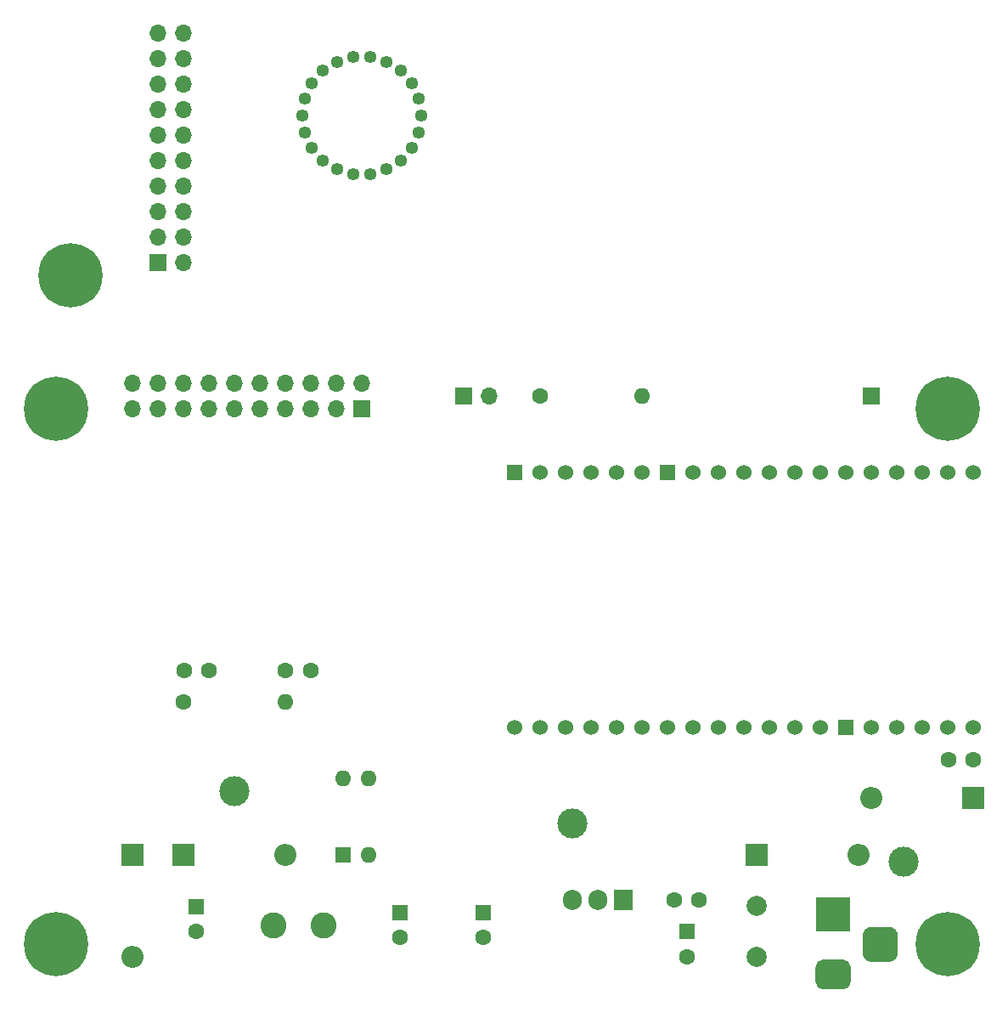
<source format=gbs>
G04 #@! TF.GenerationSoftware,KiCad,Pcbnew,(5.1.10)-1*
G04 #@! TF.CreationDate,2021-08-30T10:02:13-04:00*
G04 #@! TF.ProjectId,schematics,73636865-6d61-4746-9963-732e6b696361,rev?*
G04 #@! TF.SameCoordinates,Original*
G04 #@! TF.FileFunction,Soldermask,Bot*
G04 #@! TF.FilePolarity,Negative*
%FSLAX46Y46*%
G04 Gerber Fmt 4.6, Leading zero omitted, Abs format (unit mm)*
G04 Created by KiCad (PCBNEW (5.1.10)-1) date 2021-08-30 10:02:13*
%MOMM*%
%LPD*%
G01*
G04 APERTURE LIST*
%ADD10R,1.700000X1.700000*%
%ADD11O,1.700000X1.700000*%
%ADD12C,2.600000*%
%ADD13O,1.905000X2.000000*%
%ADD14R,1.905000X2.000000*%
%ADD15C,6.400000*%
%ADD16C,1.600000*%
%ADD17O,1.600000X1.600000*%
%ADD18O,2.200000X2.200000*%
%ADD19R,2.200000X2.200000*%
%ADD20O,1.270000X1.270000*%
%ADD21C,3.000000*%
%ADD22C,2.000000*%
%ADD23R,3.500000X3.500000*%
%ADD24R,1.524000X1.524000*%
%ADD25C,1.524000*%
%ADD26R,1.600000X1.600000*%
G04 APERTURE END LIST*
D10*
X241300000Y-93345000D03*
D11*
X203200000Y-93345000D03*
D10*
X200660000Y-93345000D03*
D12*
X181690000Y-146050000D03*
X186690000Y-146050000D03*
D13*
X211455000Y-143510000D03*
X213995000Y-143510000D03*
D14*
X216535000Y-143510000D03*
D15*
X161490000Y-81320000D03*
D16*
X248960000Y-129540000D03*
X251460000Y-129540000D03*
D17*
X182880000Y-123825000D03*
D16*
X172720000Y-123825000D03*
D17*
X218440000Y-93345000D03*
D16*
X208280000Y-93345000D03*
D18*
X167640000Y-149225000D03*
D19*
X167640000Y-139065000D03*
D18*
X182880000Y-139065000D03*
D19*
X172720000Y-139065000D03*
D18*
X240030000Y-139065000D03*
D19*
X229870000Y-139065000D03*
D18*
X241300000Y-133350000D03*
D19*
X251460000Y-133350000D03*
D11*
X172720000Y-57150000D03*
X170180000Y-57150000D03*
X172720000Y-59690000D03*
X170180000Y-59690000D03*
X172720000Y-62230000D03*
X170180000Y-62230000D03*
X172720000Y-64770000D03*
X170180000Y-64770000D03*
X172720000Y-67310000D03*
X170180000Y-67310000D03*
X172720000Y-69850000D03*
X170180000Y-69850000D03*
X172720000Y-72390000D03*
X170180000Y-72390000D03*
X172720000Y-74930000D03*
X170180000Y-74930000D03*
X172720000Y-77470000D03*
X170180000Y-77470000D03*
X172720000Y-80010000D03*
D10*
X170180000Y-80010000D03*
D20*
X188039035Y-70743820D03*
X186626308Y-69835910D03*
X185526595Y-68566765D03*
X184828987Y-67039204D03*
X184590001Y-65376982D03*
X184828997Y-63714760D03*
X185526615Y-62187204D03*
X186626336Y-60918066D03*
X188039069Y-60010164D03*
X189650361Y-59537051D03*
X191329676Y-59537057D03*
X192940965Y-60010180D03*
X194353692Y-60918090D03*
X195453405Y-62187235D03*
X196151013Y-63714796D03*
X196389999Y-65377018D03*
X196151003Y-67039240D03*
X195453385Y-68566796D03*
X194353664Y-69835934D03*
X192940931Y-70743836D03*
X191329639Y-71216949D03*
X189650324Y-71216943D03*
D11*
X167640000Y-92075000D03*
X167640000Y-94615000D03*
X170180000Y-92075000D03*
X170180000Y-94615000D03*
X172720000Y-92075000D03*
X172720000Y-94615000D03*
X175260000Y-92075000D03*
X175260000Y-94615000D03*
X177800000Y-92075000D03*
X177800000Y-94615000D03*
X180340000Y-92075000D03*
X180340000Y-94615000D03*
X182880000Y-92075000D03*
X182880000Y-94615000D03*
X185420000Y-92075000D03*
X185420000Y-94615000D03*
X187960000Y-92075000D03*
X187960000Y-94615000D03*
X190500000Y-92075000D03*
D10*
X190500000Y-94615000D03*
D21*
X211455000Y-135890000D03*
X244475000Y-139700000D03*
X177800000Y-132715000D03*
D15*
X248920000Y-147955000D03*
X160020000Y-147955000D03*
X160020000Y-94615000D03*
X248920000Y-94615000D03*
D22*
X229870000Y-149225000D03*
X229880000Y-144145000D03*
G36*
G01*
X243065000Y-149705000D02*
X241315000Y-149705000D01*
G75*
G02*
X240440000Y-148830000I0J875000D01*
G01*
X240440000Y-147080000D01*
G75*
G02*
X241315000Y-146205000I875000J0D01*
G01*
X243065000Y-146205000D01*
G75*
G02*
X243940000Y-147080000I0J-875000D01*
G01*
X243940000Y-148830000D01*
G75*
G02*
X243065000Y-149705000I-875000J0D01*
G01*
G37*
G36*
G01*
X238490000Y-152455000D02*
X236490000Y-152455000D01*
G75*
G02*
X235740000Y-151705000I0J750000D01*
G01*
X235740000Y-150205000D01*
G75*
G02*
X236490000Y-149455000I750000J0D01*
G01*
X238490000Y-149455000D01*
G75*
G02*
X239240000Y-150205000I0J-750000D01*
G01*
X239240000Y-151705000D01*
G75*
G02*
X238490000Y-152455000I-750000J0D01*
G01*
G37*
D23*
X237490000Y-144955000D03*
D24*
X220980000Y-100965000D03*
X205740000Y-100965000D03*
D25*
X210820000Y-100965000D03*
X218440000Y-100965000D03*
X208280000Y-100965000D03*
X223520000Y-100965000D03*
X215900000Y-100965000D03*
X213360000Y-100965000D03*
X226060000Y-100965000D03*
X228600000Y-100965000D03*
X236220000Y-100965000D03*
X241300000Y-100965000D03*
X238760000Y-100965000D03*
X233680000Y-100965000D03*
X231140000Y-100965000D03*
X251460000Y-100965000D03*
X248920000Y-100965000D03*
X246380000Y-100965000D03*
X243840000Y-100965000D03*
X251460000Y-126365000D03*
X248920000Y-126365000D03*
X246380000Y-126365000D03*
X243840000Y-126365000D03*
X241300000Y-126365000D03*
D24*
X238760000Y-126365000D03*
D25*
X236220000Y-126365000D03*
X233680000Y-126365000D03*
X231140000Y-126365000D03*
X228600000Y-126365000D03*
X226060000Y-126365000D03*
X223520000Y-126365000D03*
X220980000Y-126365000D03*
X218440000Y-126365000D03*
X215900000Y-126365000D03*
X213360000Y-126365000D03*
X210820000Y-126365000D03*
X208280000Y-126365000D03*
X205740000Y-126365000D03*
D17*
X188595000Y-131445000D03*
X191135000Y-139065000D03*
X191135000Y-131445000D03*
D26*
X188595000Y-139065000D03*
D16*
X172760000Y-120650000D03*
X175260000Y-120650000D03*
X173990000Y-146685000D03*
D26*
X173990000Y-144185000D03*
D16*
X194310000Y-147280000D03*
D26*
X194310000Y-144780000D03*
D16*
X185380000Y-120650000D03*
X182880000Y-120650000D03*
X202565000Y-147280000D03*
D26*
X202565000Y-144780000D03*
D16*
X222885000Y-149185000D03*
D26*
X222885000Y-146685000D03*
D16*
X224115000Y-143510000D03*
X221615000Y-143510000D03*
M02*

</source>
